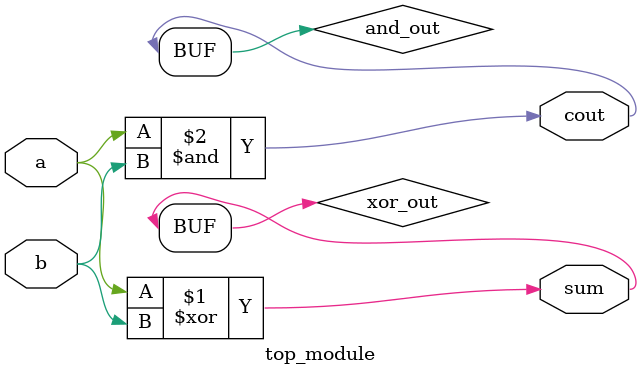
<source format=sv>
module top_module (
	input a,
	input b,
	output sum,
	output cout
);

	// Declare internal wires
	wire xor_out;
	wire and_out;

	// Implement XOR and AND gates
	assign xor_out = a ^ b;
	assign and_out = a & b;

	// Output the sum and carry-out
	assign sum = xor_out;
	assign cout = and_out;
	
endmodule

</source>
